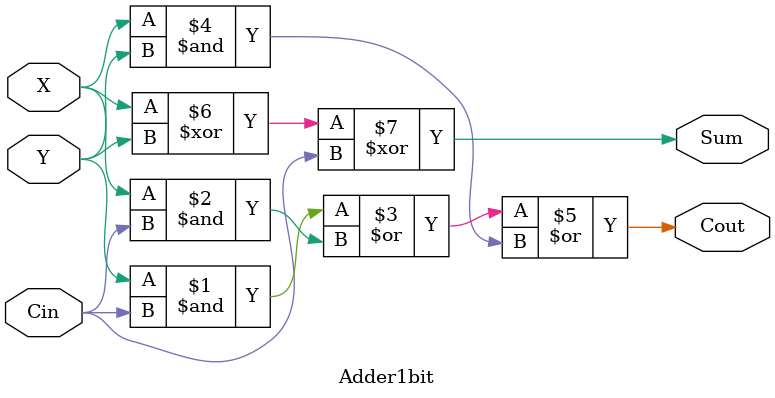
<source format=v>
module Adder1bit(X, Y, Cin, Cout, Sum);
	input X, Y, Cin;
	output Cout, Sum;


	assign Cout = Y & Cin | X & Cin | X & Y;
	assign Sum = X ^ Y ^ Cin;

endmodule
	

</source>
